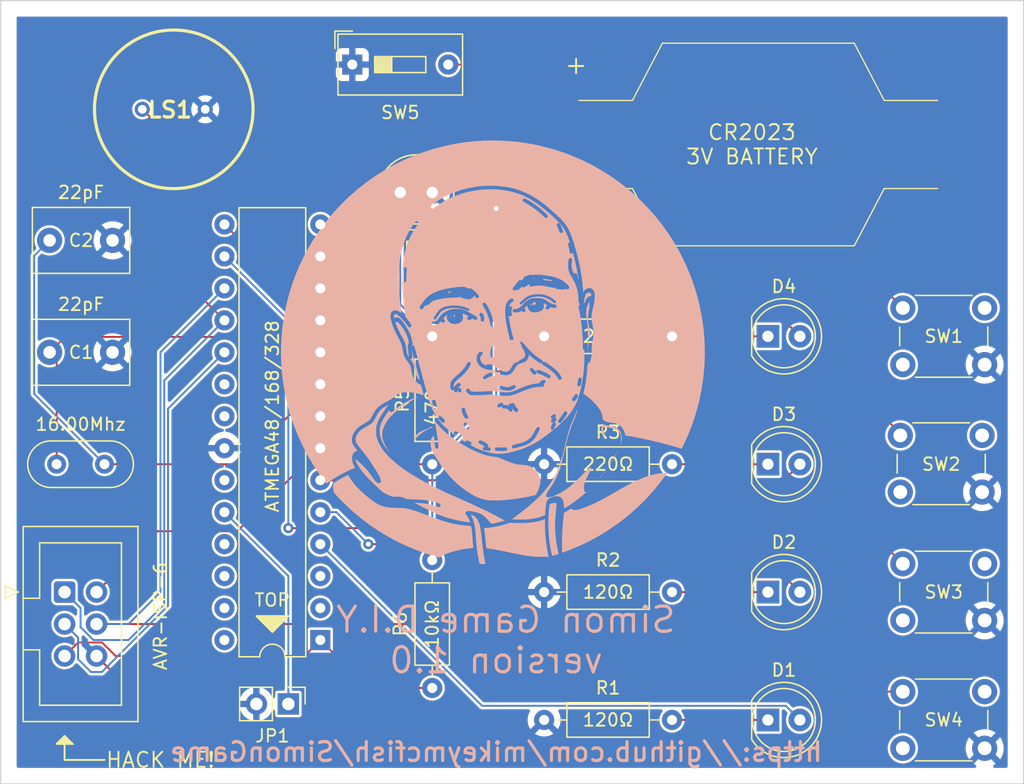
<source format=kicad_pcb>
(kicad_pcb (version 20211014) (generator pcbnew)
  (layers (0 "F.Cu" signal) (31 "B.Cu" signal) (34 "B.Paste" user) (35 "F.Paste" user) (36 "B.SilkS" user "B.Silkscreen") (37 "F.SilkS" user "F.Silkscreen") (38 "B.Mask" user) (39 "F.Mask" user) (44 "Edge.Cuts" user))
  (net 0 "")
  (net 1 "xtalO")
  (net 2 "GND")
  (net 3 "xtalI")
  (net 4 "Net-(D1-Pad1)")
  (net 6 "Net-(D2-Pad1)")
  (net 7 "Net-(D2-Pad2)")
  (net 8 "Net-(D3-Pad1)")
  (net 9 "Net-(D3-Pad2)")
  (net 10 "Net-(D4-Pad1)")
  (net 11 "Net-(D4-Pad2)")
  (net 12 "VCC")
  (net 14 "Net-(SW2-Pad1)")
  (net 15 "Net-(SW3-Pad1)")
  (net 17 "Net-(JP1-Pad1)")
  (net 26 "Net-(BT1-Pad2)")
  (net 27 "Net-(D5-Pad1)")
  (net 28 "Net-(D1-Pad2)")
  (net 29 "Net-(SW1-Pad1)")
  (net 30 "/MOSI")
  (net 31 "/MISO")
  (net 32 "/SCLK")
  (net 33 "/RESET")
  (footprint "SamacSys_Parts:PKM13EPYH4002-B0" (layer "F.Cu") (at 81.066 92.456)
    (fp_text reference "LS1" (at -0.305 0.041) (layer "F.SilkS") (effects (font (size 1.27 1.27) (thickness 0.254))))
    (fp_text value "Speaker" hide)
    (pad "1" thru_hole circle locked (at -2.5 0) (size 1.2 1.2) (drill 0.7) (layers *.Cu *.Mask) (net 31 "/MISO"))
    (pad "2" thru_hole circle locked (at 2.5 0) (size 1.2 1.2) (drill 0.7) (layers *.Cu *.Mask) (net 2 "GND"))
  )
  (footprint "Crystal:Crystal_HC52-6mm_Vertical" (layer "F.Cu") (at 71.76 120.65)
    (fp_text reference "Y1")
    (fp_text value "16.00Mhz" (at 1.9 -3.175) (layer "F.SilkS"))
    (pad "1" thru_hole circle locked (at 0 0) (size 1.5 1.5) (drill 0.8) (layers *.Cu *.Mask) (net 1 "xtalO"))
    (pad "2" thru_hole circle locked (at 3.8 0) (size 1.5 1.5) (drill 0.8) (layers *.Cu *.Mask) (net 3 "xtalI"))
  )
  (footprint "Resistor_THT:R_Axial_DIN0207_L6.3mm_D2.5mm_P10.16mm_Horizontal" (layer "F.Cu") (at 120.65 120.65 180)
    (fp_text reference "R3" (at 5.08 2.54) (layer "F.SilkS"))
    (fp_text value "220Ω" (at 5.08 0) (layer "F.SilkS"))
    (pad "1" thru_hole circle locked (at 0 0 180) (size 1.6 1.6) (drill 0.8) (layers *.Cu *.Mask) (net 8 "Net-(D3-Pad1)"))
    (pad "2" thru_hole oval locked (at 10.16 0 180) (size 1.6 1.6) (drill 0.8) (layers *.Cu *.Mask) (net 2 "GND"))
  )
  (footprint "Button_Switch_THT:SW_PUSH_6mm" (layer "F.Cu") (at 138.788 118.364)
    (fp_text reference "SW2" (at 3.25 2.286) (layer "F.SilkS"))
    (fp_text value "yellow")
    (pad "1" thru_hole circle locked (at 0 0 90) (size 2 2) (drill 1.1) (layers *.Cu *.Mask) (net 14 "Net-(SW2-Pad1)"))
    (pad "2" thru_hole circle locked (at 6.5 0 90) (size 2 2) (drill 1.1) (layers *.Cu *.Mask))
    (pad "2" thru_hole circle locked (at 0 4.5 90) (size 2 2) (drill 1.1) (layers *.Cu *.Mask))
    (pad "4" thru_hole circle locked (at 6.5 4.5 90) (size 2 2) (drill 1.1) (layers *.Cu *.Mask) (net 2 "GND"))
  )
  (footprint "Button_Switch_THT:SW_PUSH_6mm" (layer "F.Cu") (at 138.99 108.24)
    (fp_text reference "SW1" (at 3.25 2.25) (layer "F.SilkS"))
    (fp_text value "red")
    (pad "1" thru_hole circle locked (at 0 0 90) (size 2 2) (drill 1.1) (layers *.Cu *.Mask) (net 29 "Net-(SW1-Pad1)"))
    (pad "2" thru_hole circle locked (at 6.5 0 90) (size 2 2) (drill 1.1) (layers *.Cu *.Mask))
    (pad "2" thru_hole circle locked (at 0 4.5 90) (size 2 2) (drill 1.1) (layers *.Cu *.Mask))
    (pad "4" thru_hole circle locked (at 6.5 4.5 90) (size 2 2) (drill 1.1) (layers *.Cu *.Mask) (net 2 "GND"))
  )
  (footprint "Connector_PinHeader_2.54mm:PinHeader_1x02_P2.54mm_Vertical" (layer "F.Cu") (at 90.17 139.7 -90)
    (fp_text reference "JP1" (at 2.54 1.27 180) (layer "F.SilkS"))
    (fp_text value "test")
    (pad "1" thru_hole rect locked (at 0 0 270) (size 1.7 1.7) (drill 1) (layers *.Cu *.Mask) (net 17 "Net-(JP1-Pad1)"))
    (pad "2" thru_hole oval locked (at 0 2.54 270) (size 1.7 1.7) (drill 1) (layers *.Cu *.Mask) (net 2 "GND"))
  )
  (footprint "Resistor_THT:R_Axial_DIN0207_L6.3mm_D2.5mm_P10.16mm_Horizontal" (layer "F.Cu") (at 120.65 110.49 180)
    (fp_text reference "R4" (at 5.08 2.54) (layer "F.SilkS"))
    (fp_text value "220Ω" (at 5.08 0) (layer "F.SilkS"))
    (pad "1" thru_hole circle locked (at 0 0 180) (size 1.6 1.6) (drill 0.8) (layers *.Cu *.Mask) (net 10 "Net-(D4-Pad1)"))
    (pad "2" thru_hole oval locked (at 10.16 0 180) (size 1.6 1.6) (drill 0.8) (layers *.Cu *.Mask) (net 2 "GND"))
  )
  (footprint "Connector_IDC:IDC-Header_2x03_P2.54mm_Vertical" (layer "F.Cu") (at 72.39 130.81)
    (fp_text reference "J1")
    (fp_text value "AVR-ISP-6" (at 7.62 1.905 270) (layer "F.SilkS"))
    (pad "1" thru_hole roundrect locked (at 0 0) (size 1.7 1.7) (drill 1) (layers *.Cu *.Mask) (roundrect_rratio 0.1470588235) (net 31 "/MISO"))
    (pad "2" thru_hole circle locked (at 2.54 0) (size 1.7 1.7) (drill 1) (layers *.Cu *.Mask) (net 12 "VCC"))
    (pad "3" thru_hole circle locked (at 0 2.54) (size 1.7 1.7) (drill 1) (layers *.Cu *.Mask) (net 32 "/SCLK"))
    (pad "4" thru_hole circle locked (at 2.54 2.54) (size 1.7 1.7) (drill 1) (layers *.Cu *.Mask) (net 30 "/MOSI"))
    (pad "5" thru_hole circle locked (at 0 5.08) (size 1.7 1.7) (drill 1) (layers *.Cu *.Mask) (net 33 "/RESET"))
    (pad "6" thru_hole circle locked (at 2.54 5.08) (size 1.7 1.7) (drill 1) (layers *.Cu *.Mask) (net 2 "GND"))
  )
  (footprint "Button_Switch_THT:SW_PUSH_6mm" (layer "F.Cu") (at 138.99 128.56)
    (fp_text reference "SW3" (at 3.25 2.25) (layer "F.SilkS"))
    (fp_text value "green")
    (pad "1" thru_hole circle locked (at 0 0 90) (size 2 2) (drill 1.1) (layers *.Cu *.Mask) (net 15 "Net-(SW3-Pad1)"))
    (pad "2" thru_hole circle locked (at 0 4.5 90) (size 2 2) (drill 1.1) (layers *.Cu *.Mask))
    (pad "2" thru_hole circle locked (at 6.5 0 90) (size 2 2) (drill 1.1) (layers *.Cu *.Mask))
    (pad "4" thru_hole circle locked (at 6.5 4.5 90) (size 2 2) (drill 1.1) (layers *.Cu *.Mask) (net 2 "GND"))
  )
  (footprint "LED_THT:LED_D5.0mm" (layer "F.Cu") (at 128.27 130.81)
    (fp_text reference "D2" (at 1.27 -3.96) (layer "F.SilkS"))
    (fp_text value "GREEN")
    (pad "1" thru_hole rect locked (at 0 0) (size 1.8 1.8) (drill 0.9) (layers *.Cu *.Mask) (net 6 "Net-(D2-Pad1)"))
    (pad "2" thru_hole circle locked (at 2.54 0) (size 1.8 1.8) (drill 0.9) (layers *.Cu *.Mask) (net 7 "Net-(D2-Pad2)"))
  )
  (footprint "Resistor_THT:R_Axial_DIN0207_L6.3mm_D2.5mm_P10.16mm_Horizontal" (layer "F.Cu") (at 120.65 130.81 180)
    (fp_text reference "R2" (at 5.08 2.54) (layer "F.SilkS"))
    (fp_text value "120Ω" (at 5.08 0) (layer "F.SilkS"))
    (pad "1" thru_hole circle locked (at 0 0 180) (size 1.6 1.6) (drill 0.8) (layers *.Cu *.Mask) (net 6 "Net-(D2-Pad1)"))
    (pad "2" thru_hole oval locked (at 10.16 0 180) (size 1.6 1.6) (drill 0.8) (layers *.Cu *.Mask) (net 2 "GND"))
  )
  (footprint "LED_THT:LED_D5.0mm" (layer "F.Cu") (at 128.27 120.65)
    (fp_text reference "D3" (at 1.27 -3.96) (layer "F.SilkS"))
    (fp_text value "YELLOW")
    (pad "1" thru_hole rect locked (at 0 0) (size 1.8 1.8) (drill 0.9) (layers *.Cu *.Mask) (net 8 "Net-(D3-Pad1)"))
    (pad "2" thru_hole circle locked (at 2.54 0) (size 1.8 1.8) (drill 0.9) (layers *.Cu *.Mask) (net 9 "Net-(D3-Pad2)"))
  )
  (footprint "Package_DIP:DIP-28_W7.62mm" (layer "F.Cu") (at 92.71 134.62 180)
    (fp_text reference "U1")
    (fp_text value "ATmega168A-P")
    (pad "1" thru_hole rect locked (at 0 0 180) (size 1.6 1.6) (drill 0.8) (layers *.Cu *.Mask) (net 33 "/RESET"))
    (pad "2" thru_hole oval locked (at 0 2.54 180) (size 1.6 1.6) (drill 0.8) (layers *.Cu *.Mask))
    (pad "3" thru_hole oval locked (at 0 5.08 180) (size 1.6 1.6) (drill 0.8) (layers *.Cu *.Mask))
    (pad "4" thru_hole oval locked (at 0 7.62 180) (size 1.6 1.6) (drill 0.8) (layers *.Cu *.Mask) (net 28 "Net-(D1-Pad2)"))
    (pad "5" thru_hole oval locked (at 0 10.16 180) (size 1.6 1.6) (drill 0.8) (layers *.Cu *.Mask) (net 7 "Net-(D2-Pad2)"))
    (pad "6" thru_hole oval locked (at 0 12.7 180) (size 1.6 1.6) (drill 0.8) (layers *.Cu *.Mask) (net 9 "Net-(D3-Pad2)"))
    (pad "7" thru_hole oval locked (at 0 15.24 180) (size 1.6 1.6) (drill 0.8) (layers *.Cu *.Mask) (net 12 "VCC"))
    (pad "8" thru_hole oval locked (at 0 17.78 180) (size 1.6 1.6) (drill 0.8) (layers *.Cu *.Mask) (net 2 "GND"))
    (pad "9" thru_hole oval locked (at 0 20.32 180) (size 1.6 1.6) (drill 0.8) (layers *.Cu *.Mask) (net 3 "xtalI"))
    (pad "10" thru_hole oval locked (at 0 22.86 180) (size 1.6 1.6) (drill 0.8) (layers *.Cu *.Mask) (net 1 "xtalO"))
    (pad "11" thru_hole oval locked (at 0 25.4 180) (size 1.6 1.6) (drill 0.8) (layers *.Cu *.Mask) (net 11 "Net-(D4-Pad2)"))
    (pad "12" thru_hole oval locked (at 0 27.94 180) (size 1.6 1.6) (drill 0.8) (layers *.Cu *.Mask))
    (pad "13" thru_hole oval locked (at 0 30.48 180) (size 1.6 1.6) (drill 0.8) (layers *.Cu *.Mask))
    (pad "14" thru_hole oval locked (at 0 33.02 180) (size 1.6 1.6) (drill 0.8) (layers *.Cu *.Mask) (net 29 "Net-(SW1-Pad1)"))
    (pad "15" thru_hole oval locked (at 7.62 33.02 180) (size 1.6 1.6) (drill 0.8) (layers *.Cu *.Mask) (net 14 "Net-(SW2-Pad1)"))
    (pad "16" thru_hole oval locked (at 7.62 30.48 180) (size 1.6 1.6) (drill 0.8) (layers *.Cu *.Mask) (net 15 "Net-(SW3-Pad1)"))
    (pad "17" thru_hole oval locked (at 7.62 27.94 180) (size 1.6 1.6) (drill 0.8) (layers *.Cu *.Mask) (net 30 "/MOSI"))
    (pad "18" thru_hole oval locked (at 7.62 25.4 180) (size 1.6 1.6) (drill 0.8) (layers *.Cu *.Mask) (net 31 "/MISO"))
    (pad "19" thru_hole oval locked (at 7.62 22.86 180) (size 1.6 1.6) (drill 0.8) (layers *.Cu *.Mask) (net 32 "/SCLK"))
    (pad "20" thru_hole oval locked (at 7.62 20.32 180) (size 1.6 1.6) (drill 0.8) (layers *.Cu *.Mask))
    (pad "21" thru_hole oval locked (at 7.62 17.78 180) (size 1.6 1.6) (drill 0.8) (layers *.Cu *.Mask))
    (pad "22" thru_hole oval locked (at 7.62 15.24 180) (size 1.6 1.6) (drill 0.8) (layers *.Cu *.Mask) (net 2 "GND"))
    (pad "23" thru_hole oval locked (at 7.62 12.7 180) (size 1.6 1.6) (drill 0.8) (layers *.Cu *.Mask))
    (pad "24" thru_hole oval locked (at 7.62 10.16 180) (size 1.6 1.6) (drill 0.8) (layers *.Cu *.Mask) (net 17 "Net-(JP1-Pad1)"))
    (pad "25" thru_hole oval locked (at 7.62 7.62 180) (size 1.6 1.6) (drill 0.8) (layers *.Cu *.Mask))
    (pad "26" thru_hole oval locked (at 7.62 5.08 180) (size 1.6 1.6) (drill 0.8) (layers *.Cu *.Mask))
    (pad "27" thru_hole oval locked (at 7.62 2.54 180) (size 1.6 1.6) (drill 0.8) (layers *.Cu *.Mask))
    (pad "28" thru_hole oval locked (at 7.62 0 180) (size 1.6 1.6) (drill 0.8) (layers *.Cu *.Mask))
  )
  (footprint "LED_THT:LED_D5.0mm" (layer "F.Cu") (at 128.27 110.49)
    (fp_text reference "D4" (at 1.27 -3.96) (layer "F.SilkS"))
    (fp_text value "RED")
    (pad "1" thru_hole rect locked (at 0 0) (size 1.8 1.8) (drill 0.9) (layers *.Cu *.Mask) (net 10 "Net-(D4-Pad1)"))
    (pad "2" thru_hole circle locked (at 2.54 0) (size 1.8 1.8) (drill 0.9) (layers *.Cu *.Mask) (net 11 "Net-(D4-Pad2)"))
  )
  (footprint "LED_THT:LED_D5.0mm" (layer "F.Cu") (at 99.06 99.06)
    (fp_text reference "D5" (at 1.27 4.445) (layer "F.SilkS"))
    (fp_text value "WHITE")
    (pad "1" thru_hole rect locked (at 0 0) (size 1.8 1.8) (drill 0.9) (layers *.Cu *.Mask) (net 27 "Net-(D5-Pad1)"))
    (pad "2" thru_hole circle locked (at 2.54 0) (size 1.8 1.8) (drill 0.9) (layers *.Cu *.Mask) (net 2 "GND"))
  )
  (footprint "Resistor_THT:R_Axial_DIN0207_L6.3mm_D2.5mm_P10.16mm_Horizontal" (layer "F.Cu") (at 110.49 140.97)
    (fp_text reference "R1" (at 5.08 -2.54) (layer "F.SilkS"))
    (fp_text value "120Ω" (at 5.08 0) (layer "F.SilkS"))
    (pad "1" thru_hole circle locked (at 0 0) (size 1.6 1.6) (drill 0.8) (layers *.Cu *.Mask) (net 2 "GND"))
    (pad "2" thru_hole oval locked (at 10.16 0) (size 1.6 1.6) (drill 0.8) (layers *.Cu *.Mask) (net 4 "Net-(D1-Pad1)"))
  )
  (footprint "Capacitor_THT:C_Disc_D7.5mm_W5.0mm_P5.00mm" (layer "F.Cu") (at 71.2 111.76)
    (fp_text reference "C1")
    (fp_text value "22pF" (at 2.5 -3.81) (layer "F.SilkS"))
    (fp_text user "${REFERENCE}" (at 2.5 0) (layer "F.SilkS"))
    (pad "1" thru_hole circle locked (at 0 0) (size 2 2) (drill 1) (layers *.Cu *.Mask) (net 1 "xtalO"))
    (pad "2" thru_hole circle locked (at 5 0) (size 2 2) (drill 1) (layers *.Cu *.Mask) (net 2 "GND"))
  )
  (footprint "Button_Switch_THT:SW_PUSH_6mm" (layer "F.Cu") (at 138.99 138.72)
    (fp_text reference "SW4" (at 3.25 2.25) (layer "F.SilkS"))
    (fp_text value "blue")
    (pad "1" thru_hole circle locked (at 0 0 90) (size 2 2) (drill 1.1) (layers *.Cu *.Mask) (net 30 "/MOSI"))
    (pad "2" thru_hole circle locked (at 6.5 0 90) (size 2 2) (drill 1.1) (layers *.Cu *.Mask))
    (pad "2" thru_hole circle locked (at 0 4.5 90) (size 2 2) (drill 1.1) (layers *.Cu *.Mask))
    (pad "4" thru_hole circle locked (at 6.5 4.5 90) (size 2 2) (drill 1.1) (layers *.Cu *.Mask) (net 2 "GND"))
  )
  (footprint "Button_Switch_THT:SW_DIP_SPSTx01_Slide_9.78x4.72mm_W7.62mm_P2.54mm" (layer "F.Cu") (at 95.25 88.9)
    (fp_text reference "SW5" (at 3.81 3.81 180) (layer "F.SilkS"))
    (fp_text value "SW_SPST")
    (pad "1" thru_hole rect locked (at 0 0) (size 1.6 1.6) (drill 0.8) (layers *.Cu *.Mask) (net 2 "GND"))
    (pad "2" thru_hole oval locked (at 7.62 0) (size 1.6 1.6) (drill 0.8) (layers *.Cu *.Mask) (net 26 "Net-(BT1-Pad2)"))
  )
  (footprint "Resistor_THT:R_Axial_DIN0207_L6.3mm_D2.5mm_P10.16mm_Horizontal" (layer "F.Cu") (at 101.6 120.65 90)
    (fp_text reference "R5" (at 5.08 -2.37 90) (layer "F.SilkS"))
    (fp_text value "470Ω" (at 5.08 0 90) (layer "F.SilkS"))
    (pad "1" thru_hole circle locked (at 0 0 90) (size 1.6 1.6) (drill 0.8) (layers *.Cu *.Mask) (net 12 "VCC"))
    (pad "2" thru_hole oval locked (at 10.16 0 90) (size 1.6 1.6) (drill 0.8) (layers *.Cu *.Mask) (net 27 "Net-(D5-Pad1)"))
  )
  (footprint "LED_THT:LED_D5.0mm" (layer "F.Cu") (at 128.27 140.97)
    (fp_text reference "D1" (at 1.27 -3.96) (layer "F.SilkS"))
    (fp_text value "BLUE")
    (pad "1" thru_hole rect locked (at 0 0) (size 1.8 1.8) (drill 0.9) (layers *.Cu *.Mask) (net 4 "Net-(D1-Pad1)"))
    (pad "2" thru_hole circle locked (at 2.54 0) (size 1.8 1.8) (drill 0.9) (layers *.Cu *.Mask) (net 28 "Net-(D1-Pad2)"))
  )
  (footprint "Resistor_THT:R_Axial_DIN0207_L6.3mm_D2.5mm_P10.16mm_Horizontal" (layer "F.Cu") (at 101.6 128.27 -90)
    (fp_text reference "R6" (at 5.08 2.54 90) (layer "F.SilkS"))
    (fp_text value "10kΩ" (at 5.08 0 90) (layer "F.SilkS"))
    (pad "1" thru_hole circle locked (at 0 0 270) (size 1.6 1.6) (drill 0.8) (layers *.Cu *.Mask) (net 12 "VCC"))
    (pad "2" thru_hole oval locked (at 10.16 0 270) (size 1.6 1.6) (drill 0.8) (layers *.Cu *.Mask) (net 33 "/RESET"))
  )
  (footprint "Capacitor_THT:C_Disc_D7.5mm_W5.0mm_P5.00mm" (layer "F.Cu") (at 71.2 102.87)
    (fp_text reference "C2" (at 2.5 0) (layer "F.SilkS"))
    (fp_text value "22pF" (at 2.5 -3.81) (layer "F.SilkS"))
    (pad "1" thru_hole circle locked (at 0 0) (size 2 2) (drill 1) (layers *.Cu *.Mask) (net 3 "xtalI"))
    (pad "2" thru_hole circle locked (at 5 0) (size 2 2) (drill 1) (layers *.Cu *.Mask) (net 2 "GND"))
  )
  (footprint "SamacSys_Parts:SMTU2032LF" (layer "F.Cu") (at 127.508 95.25)
    (fp_text reference "BT1")
    (fp_text value "3V" hide)
    (pad "1" smd rect (at -16.2 0.125) (size 7 5) (layers "F.Cu" "F.Paste" "F.Mask") (net 12 "VCC"))
    (pad "2" smd rect (at 16.2 0.125) (size 7 5) (layers "F.Cu" "F.Paste" "F.Mask") (net 26 "Net-(BT1-Pad2)"))
  )
  (footprint "Mike:portrait_35mm" (layer "B.Cu") (at 106.426 111.76 180)
    (fp_text reference "G***" (at 0 0) (layer "B.SilkS") (effects (font (size 1.524 1.524) (thickness 0.3)) (justify mirror)))
    (fp_text value "LOGO" hide)
  )
  (gr_poly (pts (xy 73.025 142.875) (xy 71.755 142.875) (xy 72.39 142.24)) (layer "F.SilkS") (width 0.15) (fill solid))
  (gr_line (start 72.39 142.24) (end 72.39 144.145) (layer "F.SilkS") (width 0.15))
  (gr_line (start 72.39 144.145) (end 75.565 144.145) (layer "F.SilkS") (width 0.15))
  (gr_poly (pts (xy 88.9 133.985) (xy 87.63 132.715) (xy 90.17 132.715)) (layer "F.SilkS") (width 0.15) (fill solid))
  (gr_line (start 148.59 83.82) (end 67.31 83.82) (layer "Edge.Cuts") (width 0.1))
  (gr_line (start 148.59 146.05) (end 148.59 83.82) (layer "Edge.Cuts") (width 0.1))
  (gr_line (start 67.31 83.82) (end 67.31 146.05) (layer "Edge.Cuts") (width 0.1))
  (gr_line (start 67.31 146.05) (end 148.59 146.05) (layer "Edge.Cuts") (width 0.1))
  (gr_text "Simon Game D.I.Y \nversion 1.0" (at 106.68 134.62) (layer "B.SilkS") (effects (font (size 2 2) (thickness 0.25)) (justify mirror)))
  (gr_text "https://github.com/mikeymcfish/SimonGame" (at 106.68 143.51) (layer "B.SilkS") (effects (font (size 1.5 1.5) (thickness 0.25)) (justify mirror)))
  (gr_text "+" (at 113.03 88.9) (layer "F.SilkS") (effects (font (size 1.5 1.5))))
  (gr_text "CR2023\n3V BATTERY" (at 127 95.25) (layer "F.SilkS") (effects (font (size 1.2 1.2))))
  (gr_text "HACK ME!" (at 80.01 144.145) (layer "F.SilkS") (effects (font (size 1.2 1.2))))
  (gr_text "TOP" (at 88.9 131.445) (layer "F.SilkS") (effects (font (size 1 1))))
  (gr_text "ATMEGA48/168/328" (at 88.9 116.84 90) (layer "F.SilkS") (effects (font (size 1 1))))
  (segment (start 92.71 111.76) (end 91.485489 110.535489) (width 0.15) (layer "F.Cu") (net 1))
  (segment (start 71.76 112.32) (end 71.2 111.76) (width 0.15) (layer "F.Cu") (net 1))
  (segment (start 91.485489 110.535489) (end 72.424511 110.535489) (width 0.15) (layer "F.Cu") (net 1))
  (segment (start 72.424511 110.535489) (end 71.2 111.76) (width 0.15) (layer "F.Cu") (net 1))
  (segment (start 71.76 120.65) (end 71.76 112.32) (width 0.15) (layer "F.Cu") (net 1))
  (segment (start 78.74 139.7) (end 87.63 139.7) (width 0.15) (layer "F.Cu") (net 2))
  (segment (start 74.93 135.89) (end 78.74 139.7) (width 0.15) (layer "F.Cu") (net 2))
  (segment (start 92.71 114.3) (end 86.36 120.65) (width 0.15) (layer "F.Cu") (net 3))
  (segment (start 86.36 120.65) (end 75.56 120.65) (width 0.15) (layer "F.Cu") (net 3))
  (segment (start 71.2 102.87) (end 69.975489 104.094511) (width 0.15) (layer "B.Cu") (net 3))
  (segment (start 69.975489 115.065489) (end 75.56 120.65) (width 0.15) (layer "B.Cu") (net 3))
  (segment (start 69.975489 104.094511) (end 69.975489 115.065489) (width 0.15) (layer "B.Cu") (net 3))
  (segment (start 120.65 140.97) (end 128.27 140.97) (width 0.15) (layer "F.Cu") (net 4))
  (segment (start 120.65 130.81) (end 128.27 130.81) (width 0.15) (layer "F.Cu") (net 6))
  (segment (start 130.81 130.81) (end 127 127) (width 0.15) (layer "F.Cu") (net 7))
  (segment (start 127 127) (end 96.52 127) (width 0.15) (layer "F.Cu") (net 7))
  (via (at 96.52 127) (size 0.8) (drill 0.4) (layers "F.Cu" "B.Cu") (net 7))
  (segment (start 93.98 124.46) (end 92.71 124.46) (width 0.15) (layer "B.Cu") (net 7))
  (segment (start 96.52 127) (end 93.98 124.46) (width 0.15) (layer "B.Cu") (net 7))
  (segment (start 120.65 120.65) (end 128.27 120.65) (width 0.15) (layer "F.Cu") (net 8))
  (segment (start 129.54 121.92) (end 92.71 121.92) (width 0.15) (layer "F.Cu") (net 9))
  (segment (start 130.81 120.65) (end 129.54 121.92) (width 0.15) (layer "F.Cu") (net 9))
  (segment (start 120.65 110.49) (end 128.27 110.49) (width 0.15) (layer "F.Cu") (net 10))
  (segment (start 129.54 109.22) (end 92.71 109.22) (width 0.15) (layer "F.Cu") (net 11))
  (segment (start 130.81 110.49) (end 129.54 109.22) (width 0.15) (layer "F.Cu") (net 11))
  (segment (start 93.98 120.65) (end 92.71 119.38) (width 0.15) (layer "F.Cu") (net 12))
  (segment (start 106.68 100.003) (end 106.68 100.33) (width 0.15) (layer "F.Cu") (net 12))
  (segment (start 86.114511 125.975489) (end 79.764511 125.975489) (width 0.15) (layer "F.Cu") (net 12))
  (segment (start 79.764511 125.975489) (end 74.93 130.81) (width 0.15) (layer "F.Cu") (net 12))
  (segment (start 101.6 120.65) (end 93.98 120.65) (width 0.15) (layer "F.Cu") (net 12))
  (segment (start 92.71 119.38) (end 86.114511 125.975489) (width 0.15) (layer "F.Cu") (net 12))
  (segment (start 111.308 95.375) (end 106.68 100.003) (width 0.15) (layer "F.Cu") (net 12))
  (via (at 106.68 100.33) (size 0.8) (drill 0.4) (layers "F.Cu" "B.Cu") (net 12))
  (segment (start 106.68 115.57) (end 101.6 120.65) (width 0.15) (layer "B.Cu") (net 12))
  (segment (start 106.68 100.33) (end 106.68 115.57) (width 0.15) (layer "B.Cu") (net 12))
  (segment (start 101.6 128.27) (end 101.6 120.65) (width 0.15) (layer "B.Cu") (net 12))
  (segment (start 86.36 104.809856) (end 86.36 102.87) (width 0.15) (layer "F.Cu") (net 14))
  (segment (start 95.674367 113.275489) (end 93.134367 110.735489) (width 0.15) (layer "F.Cu") (net 14))
  (segment (start 133.865489 113.275489) (end 95.674367 113.275489) (width 0.15) (layer "F.Cu") (net 14))
  (segment (start 93.134367 110.735489) (end 92.285633 110.735489) (width 0.15) (layer "F.Cu") (net 14))
  (segment (start 86.36 102.87) (end 85.09 101.6) (width 0.15) (layer "F.Cu") (net 14))
  (segment (start 138.99 118.4) (end 133.865489 113.275489) (width 0.15) (layer "F.Cu") (net 14))
  (segment (start 92.285633 110.735489) (end 86.36 104.809856) (width 0.15) (layer "F.Cu") (net 14))
  (segment (start 138.99 128.56) (end 136.16 125.73) (width 0.15) (layer "F.Cu") (net 15))
  (segment (start 136.16 125.73) (end 90.17 125.73) (width 0.15) (layer "F.Cu") (net 15))
  (via (at 90.17 125.73) (size 0.8) (drill 0.4) (layers "F.Cu" "B.Cu") (net 15))
  (segment (start 90.17 125.73) (end 90.17 109.22) (width 0.15) (layer "B.Cu") (net 15))
  (segment (start 90.17 109.22) (end 85.09 104.14) (width 0.15) (layer "B.Cu") (net 15))
  (segment (start 90.17 129.54) (end 85.09 124.46) (width 0.15) (layer "B.Cu") (net 17))
  (segment (start 90.17 139.7) (end 90.17 129.54) (width 0.15) (layer "B.Cu") (net 17))
  (segment (start 104.14 88.9) (end 106.68 86.36) (width 0.15) (layer "F.Cu") (net 26))
  (segment (start 102.87 88.9) (end 104.14 88.9) (width 0.15) (layer "F.Cu") (net 26))
  (segment (start 143.708 95.375) (end 143.708 87.828) (width 0.15) (layer "F.Cu") (net 26))
  (segment (start 106.68 86.36) (end 142.24 86.36) (width 0.15) (layer "F.Cu") (net 26))
  (segment (start 143.708 87.828) (end 142.24 86.36) (width 0.15) (layer "F.Cu") (net 26))
  (segment (start 99.06 107.95) (end 101.6 110.49) (width 0.15) (layer "B.Cu") (net 27))
  (segment (start 99.06 99.06) (end 99.06 107.95) (width 0.15) (layer "B.Cu") (net 27))
  (segment (start 129.685489 139.845489) (end 105.555489 139.845489) (width 0.15) (layer "B.Cu") (net 28))
  (segment (start 130.81 140.97) (end 129.685489 139.845489) (width 0.15) (layer "B.Cu") (net 28))
  (segment (start 105.555489 139.845489) (end 92.71 127) (width 0.15) (layer "B.Cu") (net 28))
  (segment (start 92.71 101.6) (end 132.35 101.6) (width 0.15) (layer "F.Cu") (net 29))
  (segment (start 132.35 101.6) (end 138.99 108.24) (width 0.15) (layer "F.Cu") (net 29))
  (segment (start 101.6 133.35) (end 106.97 138.72) (width 0.15) (layer "F.Cu") (net 30))
  (segment (start 106.97 138.72) (end 138.99 138.72) (width 0.15) (layer "F.Cu") (net 30))
  (segment (start 74.93 133.35) (end 101.6 133.35) (width 0.15) (layer "F.Cu") (net 30))
  (segment (start 80.01 111.76) (end 80.01 130.81) (width 0.15) (layer "B.Cu") (net 30))
  (segment (start 77.47 133.35) (end 74.93 133.35) (width 0.15) (layer "B.Cu") (net 30))
  (segment (start 80.01 130.81) (end 77.47 133.35) (width 0.15) (layer "B.Cu") (net 30))
  (segment (start 85.09 106.68) (end 80.01 111.76) (width 0.15) (layer "B.Cu") (net 30))
  (segment (start 82.55 106.68) (end 82.55 96.44) (width 0.15) (layer "F.Cu") (net 31))
  (segment (start 85.09 109.22) (end 82.55 106.68) (width 0.15) (layer "F.Cu") (net 31))
  (segment (start 82.55 96.44) (end 78.566 92.456) (width 0.15) (layer "F.Cu") (net 31))
  (segment (start 73.66 132.08) (end 72.39 130.81) (width 0.15) (layer "B.Cu") (net 31))
  (segment (start 74.680411 134.62) (end 73.66 133.599589) (width 0.15) (layer "B.Cu") (net 31))
  (segment (start 85.09 109.22) (end 80.30952 114.00048) (width 0.15) (layer "B.Cu") (net 31))
  (segment (start 80.30952 114.00048) (end 80.30952 131.78048) (width 0.15) (layer "B.Cu") (net 31))
  (segment (start 77.47 134.62) (end 74.680411 134.62) (width 0.15) (layer "B.Cu") (net 31))
  (segment (start 80.30952 131.78048) (end 77.47 134.62) (width 0.15) (layer "B.Cu") (net 31))
  (segment (start 73.66 133.599589) (end 73.66 132.08) (width 0.15) (layer "B.Cu") (net 31))
  (segment (start 80.60904 131.904546) (end 75.353586 137.16) (width 0.15) (layer "B.Cu") (net 32))
  (segment (start 74.484922 137.16) (end 73.464511 136.139589) (width 0.15) (layer "B.Cu") (net 32))
  (segment (start 73.464511 134.424511) (end 72.39 133.35) (width 0.15) (layer "B.Cu") (net 32))
  (segment (start 73.464511 136.139589) (end 73.464511 134.424511) (width 0.15) (layer "B.Cu") (net 32))
  (segment (start 75.353586 137.16) (end 74.484922 137.16) (width 0.15) (layer "B.Cu") (net 32))
  (segment (start 85.09 111.76) (end 80.60904 116.24096) (width 0.15) (layer "B.Cu") (net 32))
  (segment (start 80.60904 116.24096) (end 80.60904 131.904546) (width 0.15) (layer "B.Cu") (net 32))
  (segment (start 76.449589 135.89) (end 75.375078 134.815489) (width 0.15) (layer "F.Cu") (net 33))
  (segment (start 101.6 138.43) (end 96.52 138.43) (width 0.15) (layer "F.Cu") (net 33))
  (segment (start 92.71 134.62) (end 91.44 135.89) (width 0.15) (layer "F.Cu") (net 33))
  (segment (start 73.464511 134.815489) (end 72.39 135.89) (width 0.15) (layer "F.Cu") (net 33))
  (segment (start 96.52 138.43) (end 92.71 134.62) (width 0.15) (layer "F.Cu") (net 33))
  (segment (start 91.44 135.89) (end 76.449589 135.89) (width 0.15) (layer "F.Cu") (net 33))
  (segment (start 75.375078 134.815489) (end 73.464511 134.815489) (width 0.15) (layer "F.Cu") (net 33))
  (zone (net 2) (net_name "GND") (layer "B.Cu") (connect_pads (clearance 0.2)) (min_thickness 0.254) (fill yes (thermal_gap 0.508) (thermal_bridge_width 0.508))
    (polygon (pts (xy 147.32 144.78) (xy 68.58 144.78) (xy 68.58 85.09) (xy 147.32 85.09)))
  )
)
</source>
